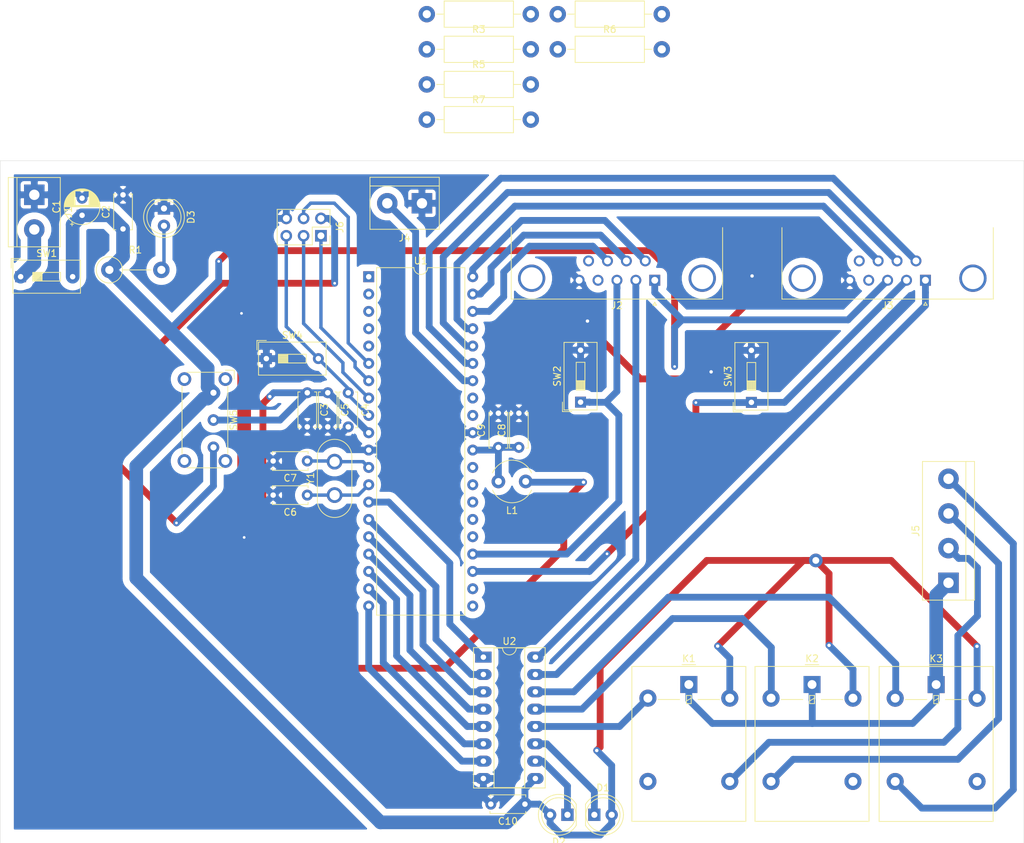
<source format=kicad_pcb>
(kicad_pcb (version 20171130) (host pcbnew "(5.1.2)-2")
  (layers (0 F.Cu signal) (31 B.Cu signal) (34 B.Paste user) (35 F.Paste user) (36 B.SilkS user) (37 F.SilkS user) (38 B.Mask user) (39 F.Mask user) (44 Edge.Cuts user))
  (net 0 "")
  (net 1 +5V)
  (net 2 GND)
  (net 3 RST)
  (net 4 "Net-(C6-Pad1)")
  (net 5 "Net-(C7-Pad1)")
  (net 6 Indicator-A)
  (net 7 Indicator-B)
  (net 8 "Net-(D3-Pad2)")
  (net 9 "Net-(J1-Pad2)")
  (net 10 Switch-A)
  (net 11 Top-A)
  (net 12 Bottom-A)
  (net 13 Buzzer-A)
  (net 14 Middle-A)
  (net 15 Middle-B)
  (net 16 Buzzer-B)
  (net 17 Bottom-B)
  (net 18 Top-B)
  (net 19 Switch-B)
  (net 20 PowerDetection-B)
  (net 21 "Net-(J5-Pad2)")
  (net 22 "Net-(J5-Pad3)")
  (net 23 Line-A)
  (net 24 "Net-(J5-Pad4)")
  (net 25 MISO)
  (net 26 "Net-(J6-Pad2)")
  (net 27 SCK)
  (net 28 MOSI)
  (net 29 Valve)
  (net 30 SupplySelect)
  (net 31 MotorON-OFF)
  (net 32 "Net-(U1-Pad14)")
  (net 33 "Net-(U1-Pad15)")
  (net 34 "Net-(U1-Pad16)")
  (net 35 "Net-(U1-Pad17)")
  (net 36 "Net-(U1-Pad18)")
  (net 37 "Net-(U1-Pad19)")
  (net 38 "Net-(U1-Pad20)")
  (net 39 AVCC)
  (net 40 VCC)
  (net 41 "Net-(J2-Pad6)")
  (net 42 "Net-(J2-Pad7)")
  (net 43 "Net-(J2-Pad8)")
  (module Resistor_THT:R_Axial_DIN0411_L9.9mm_D3.6mm_P15.24mm_Horizontal (layer F.Cu) (at 92.51 23.98)
    (fp_text reference R7 (at 7.62 -2.92) (layer F.SilkS))
    (fp_text value 800k)
    (pad 2 thru_hole oval (at 15.24 0) (size 2.4 2.4) (drill 1.2) (layers *.Cu *.Mask) (net 11 Top-A))
    (pad 1 thru_hole circle (at 0 0) (size 2.4 2.4) (drill 1.2) (layers *.Cu *.Mask) (net 2 GND))
  )
  (module Resistor_THT:R_Axial_DIN0411_L9.9mm_D3.6mm_P15.24mm_Horizontal (layer F.Cu) (at 111.7 13.68)
    (fp_text reference R6 (at 7.62 -2.92) (layer F.SilkS))
    (fp_text value 800k)
    (pad 2 thru_hole oval (at 15.24 0) (size 2.4 2.4) (drill 1.2) (layers *.Cu *.Mask) (net 14 Middle-A))
    (pad 1 thru_hole circle (at 0 0) (size 2.4 2.4) (drill 1.2) (layers *.Cu *.Mask) (net 2 GND))
  )
  (module Resistor_THT:R_Axial_DIN0411_L9.9mm_D3.6mm_P15.24mm_Horizontal (layer F.Cu) (at 92.51 18.83)
    (fp_text reference R5 (at 7.62 -2.92) (layer F.SilkS))
    (fp_text value 800k)
    (pad 2 thru_hole oval (at 15.24 0) (size 2.4 2.4) (drill 1.2) (layers *.Cu *.Mask) (net 12 Bottom-A))
    (pad 1 thru_hole circle (at 0 0) (size 2.4 2.4) (drill 1.2) (layers *.Cu *.Mask) (net 2 GND))
  )
  (module Resistor_THT:R_Axial_DIN0411_L9.9mm_D3.6mm_P15.24mm_Horizontal (layer F.Cu) (at 111.7 8.53)
    (fp_text reference R4 (at 7.62 -2.92) (layer F.SilkS))
    (fp_text value 500k)
    (pad 2 thru_hole oval (at 15.24 0) (size 2.4 2.4) (drill 1.2) (layers *.Cu *.Mask) (net 43 "Net-(J2-Pad8)"))
    (pad 1 thru_hole circle (at 0 0) (size 2.4 2.4) (drill 1.2) (layers *.Cu *.Mask) (net 12 Bottom-A))
  )
  (module Resistor_THT:R_Axial_DIN0411_L9.9mm_D3.6mm_P15.24mm_Horizontal (layer F.Cu) (at 92.51 13.68)
    (fp_text reference R3 (at 7.62 -2.92) (layer F.SilkS))
    (fp_text value 500k)
    (pad 2 thru_hole oval (at 15.24 0) (size 2.4 2.4) (drill 1.2) (layers *.Cu *.Mask) (net 42 "Net-(J2-Pad7)"))
    (pad 1 thru_hole circle (at 0 0) (size 2.4 2.4) (drill 1.2) (layers *.Cu *.Mask) (net 14 Middle-A))
  )
  (module Resistor_THT:R_Axial_DIN0411_L9.9mm_D3.6mm_P15.24mm_Horizontal (layer F.Cu) (at 92.51 8.53)
    (fp_text reference R2 (at 7.62 -2.92) (layer F.SilkS))
    (fp_text value 500k)
    (pad 2 thru_hole oval (at 15.24 0) (size 2.4 2.4) (drill 1.2) (layers *.Cu *.Mask) (net 41 "Net-(J2-Pad6)"))
    (pad 1 thru_hole circle (at 0 0) (size 2.4 2.4) (drill 1.2) (layers *.Cu *.Mask) (net 11 Top-A))
  )
  (module Connector_Dsub:DSUB-9_Male_Horizontal_P2.77x2.84mm_EdgePinOffset4.94mm_Housed_MountingHolesOffset7.48mm (layer F.Cu) (at 125.91 47.52 180)
    (fp_text reference J2 (at 5.54 -3.7) (layer F.SilkS))
    (fp_text value DB9_Male)
    (pad 1 thru_hole rect (at 0 0 180) (size 1.6 1.6) (drill 1) (layers *.Cu *.Mask) (net 1 +5V))
    (pad 2 thru_hole circle (at 2.77 0 180) (size 1.6 1.6) (drill 1) (layers *.Cu *.Mask) (net 13 Buzzer-A))
    (pad 3 thru_hole circle (at 5.54 0 180) (size 1.6 1.6) (drill 1) (layers *.Cu *.Mask) (net 10 Switch-A))
    (pad 4 thru_hole circle (at 8.31 0 180) (size 1.6 1.6) (drill 1) (layers *.Cu *.Mask))
    (pad 5 thru_hole circle (at 11.08 0 180) (size 1.6 1.6) (drill 1) (layers *.Cu *.Mask) (net 2 GND))
    (pad 6 thru_hole circle (at 1.385 2.84 180) (size 1.6 1.6) (drill 1) (layers *.Cu *.Mask) (net 41 "Net-(J2-Pad6)"))
    (pad 7 thru_hole circle (at 4.155 2.84 180) (size 1.6 1.6) (drill 1) (layers *.Cu *.Mask) (net 42 "Net-(J2-Pad7)"))
    (pad 8 thru_hole circle (at 6.925 2.84 180) (size 1.6 1.6) (drill 1) (layers *.Cu *.Mask) (net 43 "Net-(J2-Pad8)"))
    (pad 9 thru_hole circle (at 9.695 2.84 180) (size 1.6 1.6) (drill 1) (layers *.Cu *.Mask))
    (pad 0 thru_hole circle (at -6.96 0.3 180) (size 4 4) (drill 3.2) (layers *.Cu *.Mask))
    (pad 0 thru_hole circle (at 18.04 0.3 180) (size 4 4) (drill 3.2) (layers *.Cu *.Mask))
  )
  (module Capacitor_THT:CP_Radial_D5.0mm_P2.50mm (layer F.Cu) (at 42 38 90)
    (fp_text reference C1 (at 1.25 -3.75 90) (layer F.SilkS))
    (fp_text value 10uF)
    (pad 1 thru_hole rect (at 0 0 90) (size 1.6 1.6) (drill 0.8) (layers *.Cu *.Mask) (net 1 +5V))
    (pad 2 thru_hole circle (at 2.5 0 90) (size 1.6 1.6) (drill 0.8) (layers *.Cu *.Mask) (net 2 GND))
  )
  (module Capacitor_THT:C_Disc_D5.0mm_W2.5mm_P5.00mm (layer F.Cu) (at 48 40 90)
    (fp_text reference C2 (at 2.5 -2.5 90) (layer F.SilkS))
    (fp_text value 0.1uF)
    (pad 1 thru_hole circle (at 0 0 90) (size 1.6 1.6) (drill 0.8) (layers *.Cu *.Mask) (net 1 +5V))
    (pad 2 thru_hole circle (at 5 0 90) (size 1.6 1.6) (drill 0.8) (layers *.Cu *.Mask) (net 2 GND))
  )
  (module Capacitor_THT:C_Disc_D5.0mm_W2.5mm_P5.00mm (layer F.Cu) (at 75 64 270)
    (fp_text reference C3 (at 2.5 -2.5 90) (layer F.SilkS))
    (fp_text value 0.1uF)
    (pad 2 thru_hole circle (at 5 0 270) (size 1.6 1.6) (drill 0.8) (layers *.Cu *.Mask) (net 2 GND))
    (pad 1 thru_hole circle (at 0 0 270) (size 1.6 1.6) (drill 0.8) (layers *.Cu *.Mask) (net 40 VCC))
  )
  (module Capacitor_THT:C_Disc_D5.0mm_W2.5mm_P5.00mm (layer F.Cu) (at 81 64 270)
    (fp_text reference C4 (at 2.5 -2.5 90) (layer F.SilkS))
    (fp_text value 0.1uF)
    (pad 1 thru_hole circle (at 0 0 270) (size 1.6 1.6) (drill 0.8) (layers *.Cu *.Mask) (net 3 RST))
    (pad 2 thru_hole circle (at 5 0 270) (size 1.6 1.6) (drill 0.8) (layers *.Cu *.Mask) (net 2 GND))
  )
  (module Capacitor_THT:C_Disc_D5.0mm_W2.5mm_P5.00mm (layer F.Cu) (at 78 64 270)
    (fp_text reference C5 (at 2.5 -2.5 90) (layer F.SilkS))
    (fp_text value 0.01uF)
    (pad 1 thru_hole circle (at 0 0 270) (size 1.6 1.6) (drill 0.8) (layers *.Cu *.Mask) (net 40 VCC))
    (pad 2 thru_hole circle (at 5 0 270) (size 1.6 1.6) (drill 0.8) (layers *.Cu *.Mask) (net 2 GND))
  )
  (module Capacitor_THT:C_Disc_D5.0mm_W2.5mm_P5.00mm (layer F.Cu) (at 75 79 180)
    (fp_text reference C6 (at 2.5 -2.5) (layer F.SilkS))
    (fp_text value 20pF)
    (pad 1 thru_hole circle (at 0 0 180) (size 1.6 1.6) (drill 0.8) (layers *.Cu *.Mask) (net 4 "Net-(C6-Pad1)"))
    (pad 2 thru_hole circle (at 5 0 180) (size 1.6 1.6) (drill 0.8) (layers *.Cu *.Mask) (net 2 GND))
  )
  (module Capacitor_THT:C_Disc_D5.0mm_W2.5mm_P5.00mm (layer F.Cu) (at 75 74 180)
    (fp_text reference C7 (at 2.5 -2.5) (layer F.SilkS))
    (fp_text value 20pF)
    (pad 2 thru_hole circle (at 5 0 180) (size 1.6 1.6) (drill 0.8) (layers *.Cu *.Mask) (net 2 GND))
    (pad 1 thru_hole circle (at 0 0 180) (size 1.6 1.6) (drill 0.8) (layers *.Cu *.Mask) (net 5 "Net-(C7-Pad1)"))
  )
  (module Capacitor_THT:C_Disc_D5.0mm_W2.5mm_P5.00mm (layer F.Cu) (at 106 72 90)
    (fp_text reference C8 (at 2.5 -2.5 90) (layer F.SilkS))
    (fp_text value 0.1uF)
    (pad 2 thru_hole circle (at 5 0 90) (size 1.6 1.6) (drill 0.8) (layers *.Cu *.Mask) (net 2 GND))
    (pad 1 thru_hole circle (at 0 0 90) (size 1.6 1.6) (drill 0.8) (layers *.Cu *.Mask) (net 39 AVCC))
  )
  (module Capacitor_THT:C_Disc_D5.0mm_W2.5mm_P5.00mm (layer F.Cu) (at 103 72 90)
    (fp_text reference C9 (at 2.5 -2.5 90) (layer F.SilkS))
    (fp_text value 0.01uF)
    (pad 1 thru_hole circle (at 0 0 90) (size 1.6 1.6) (drill 0.8) (layers *.Cu *.Mask) (net 39 AVCC))
    (pad 2 thru_hole circle (at 5 0 90) (size 1.6 1.6) (drill 0.8) (layers *.Cu *.Mask) (net 2 GND))
  )
  (module Capacitor_THT:C_Disc_D5.0mm_W2.5mm_P5.00mm (layer F.Cu) (at 106.89 124.28 180)
    (fp_text reference C10 (at 2.5 -2.5) (layer F.SilkS))
    (fp_text value 0.1uF)
    (pad 2 thru_hole circle (at 5 0 180) (size 1.6 1.6) (drill 0.8) (layers *.Cu *.Mask) (net 2 GND))
    (pad 1 thru_hole circle (at 0 0 180) (size 1.6 1.6) (drill 0.8) (layers *.Cu *.Mask) (net 1 +5V))
  )
  (module LED_THT:LED_D5.0mm (layer F.Cu) (at 117.06 125.84)
    (fp_text reference D1 (at 1.27 -3.96) (layer F.SilkS))
    (fp_text value LED)
    (pad 1 thru_hole rect (at 0 0) (size 1.8 1.8) (drill 0.9) (layers *.Cu *.Mask) (net 6 Indicator-A))
    (pad 2 thru_hole circle (at 2.54 0) (size 1.8 1.8) (drill 0.9) (layers *.Cu *.Mask) (net 1 +5V))
  )
  (module LED_THT:LED_D5.0mm (layer F.Cu) (at 113.12 125.84 180)
    (fp_text reference D2 (at 1.27 -3.96) (layer F.SilkS))
    (fp_text value LED)
    (pad 1 thru_hole rect (at 0 0 180) (size 1.8 1.8) (drill 0.9) (layers *.Cu *.Mask) (net 7 Indicator-B))
    (pad 2 thru_hole circle (at 2.54 0 180) (size 1.8 1.8) (drill 0.9) (layers *.Cu *.Mask) (net 1 +5V))
  )
  (module LED_THT:LED_D5.0mm (layer F.Cu) (at 54 37 270)
    (fp_text reference D3 (at 1.27 -3.96 90) (layer F.SilkS))
    (fp_text value LED)
    (pad 2 thru_hole circle (at 2.54 0 270) (size 1.8 1.8) (drill 0.9) (layers *.Cu *.Mask) (net 8 "Net-(D3-Pad2)"))
    (pad 1 thru_hole rect (at 0 0 270) (size 1.8 1.8) (drill 0.9) (layers *.Cu *.Mask) (net 2 GND))
  )
  (module TerminalBlock:TerminalBlock_bornier-2_P5.08mm (layer F.Cu) (at 35 35 270)
    (fp_text reference J1 (at 2.54 -5 90) (layer F.SilkS))
    (fp_text value Screw_Terminal_01x02)
    (pad 1 thru_hole rect (at 0 0 270) (size 3 3) (drill 1.52) (layers *.Cu *.Mask) (net 2 GND))
    (pad 2 thru_hole circle (at 5.08 0 270) (size 3 3) (drill 1.52) (layers *.Cu *.Mask) (net 9 "Net-(J1-Pad2)"))
  )
  (module Connector_Dsub:DSUB-9_Male_Horizontal_P2.77x2.84mm_EdgePinOffset4.94mm_Housed_MountingHolesOffset7.48mm (layer F.Cu) (at 165.57 47.52 180)
    (fp_text reference J3 (at 5.54 -3.7) (layer F.SilkS))
    (fp_text value DB9_Male)
    (pad 0 thru_hole circle (at 18.04 0.3 180) (size 4 4) (drill 3.2) (layers *.Cu *.Mask))
    (pad 0 thru_hole circle (at -6.96 0.3 180) (size 4 4) (drill 3.2) (layers *.Cu *.Mask))
    (pad 9 thru_hole circle (at 9.695 2.84 180) (size 1.6 1.6) (drill 1) (layers *.Cu *.Mask))
    (pad 8 thru_hole circle (at 6.925 2.84 180) (size 1.6 1.6) (drill 1) (layers *.Cu *.Mask) (net 18 Top-B))
    (pad 7 thru_hole circle (at 4.155 2.84 180) (size 1.6 1.6) (drill 1) (layers *.Cu *.Mask) (net 15 Middle-B))
    (pad 6 thru_hole circle (at 1.385 2.84 180) (size 1.6 1.6) (drill 1) (layers *.Cu *.Mask) (net 17 Bottom-B))
    (pad 5 thru_hole circle (at 11.08 0 180) (size 1.6 1.6) (drill 1) (layers *.Cu *.Mask) (net 2 GND))
    (pad 4 thru_hole circle (at 8.31 0 180) (size 1.6 1.6) (drill 1) (layers *.Cu *.Mask))
    (pad 3 thru_hole circle (at 5.54 0 180) (size 1.6 1.6) (drill 1) (layers *.Cu *.Mask) (net 1 +5V))
    (pad 2 thru_hole circle (at 2.77 0 180) (size 1.6 1.6) (drill 1) (layers *.Cu *.Mask) (net 19 Switch-B))
    (pad 1 thru_hole rect (at 0 0 180) (size 1.6 1.6) (drill 1) (layers *.Cu *.Mask) (net 16 Buzzer-B))
  )
  (module TerminalBlock:TerminalBlock_bornier-2_P5.08mm (layer F.Cu) (at 91.8 36.24 180)
    (fp_text reference J4 (at 2.54 -5.08) (layer F.SilkS))
    (fp_text value Screw_Terminal_01x02)
    (pad 2 thru_hole circle (at 5.08 0 180) (size 3 3) (drill 1.52) (layers *.Cu *.Mask) (net 20 PowerDetection-B))
    (pad 1 thru_hole rect (at 0 0 180) (size 3 3) (drill 1.52) (layers *.Cu *.Mask) (net 2 GND))
  )
  (module TerminalBlock:TerminalBlock_bornier-4_P5.08mm (layer F.Cu) (at 168.95 91.85 90)
    (fp_text reference J5 (at 7.6 -4.8 90) (layer F.SilkS))
    (fp_text value Screw_Terminal_01x04)
    (pad 2 thru_hole circle (at 5.08 0 90) (size 3 3) (drill 1.52) (layers *.Cu *.Mask) (net 21 "Net-(J5-Pad2)"))
    (pad 3 thru_hole circle (at 10.16 0 90) (size 3 3) (drill 1.52) (layers *.Cu *.Mask) (net 22 "Net-(J5-Pad3)"))
    (pad 1 thru_hole rect (at 0 0 90) (size 3 3) (drill 1.52) (layers *.Cu *.Mask) (net 23 Line-A))
    (pad 4 thru_hole circle (at 15.24 0 90) (size 3 3) (drill 1.52) (layers *.Cu *.Mask) (net 24 "Net-(J5-Pad4)"))
  )
  (module Connector_PinSocket_2.54mm:PinSocket_2x03_P2.54mm_Vertical (layer F.Cu) (at 77 41 270)
    (fp_text reference J6 (at -1.27 -2.77 90) (layer F.SilkS))
    (fp_text value AVR-ISP-6)
    (pad 1 thru_hole rect (at 0 0 270) (size 1.7 1.7) (drill 1) (layers *.Cu *.Mask) (net 25 MISO))
    (pad 2 thru_hole oval (at -2.54 0 270) (size 1.7 1.7) (drill 1) (layers *.Cu *.Mask) (net 26 "Net-(J6-Pad2)"))
    (pad 3 thru_hole oval (at 0 2.54 270) (size 1.7 1.7) (drill 1) (layers *.Cu *.Mask) (net 27 SCK))
    (pad 4 thru_hole oval (at -2.54 2.54 270) (size 1.7 1.7) (drill 1) (layers *.Cu *.Mask) (net 28 MOSI))
    (pad 5 thru_hole oval (at 0 5.08 270) (size 1.7 1.7) (drill 1) (layers *.Cu *.Mask) (net 3 RST))
    (pad 6 thru_hole oval (at -2.54 5.08 270) (size 1.7 1.7) (drill 1) (layers *.Cu *.Mask) (net 2 GND))
  )
  (module Relay_THT:Relay_SPDT_Omron-G5LE-1 (layer F.Cu) (at 130.905001 106.750001)
    (fp_text reference K1 (at 0 -3.8) (layer F.SilkS))
    (fp_text value G5LE-1)
    (pad 1 thru_hole rect (at 0 0) (size 2.5 2.5) (drill 1.3) (layers *.Cu *.Mask) (net 23 Line-A))
    (pad 2 thru_hole oval (at -6 2) (size 2.5 2.5) (drill 1.3) (layers *.Cu *.Mask) (net 29 Valve))
    (pad 3 thru_hole oval (at -6 14.2) (size 2.5 2.5) (drill 1.3) (layers *.Cu *.Mask))
    (pad 4 thru_hole oval (at 6 14.2) (size 2.5 2.5) (drill 1.3) (layers *.Cu *.Mask) (net 21 "Net-(J5-Pad2)"))
    (pad 5 thru_hole oval (at 6 2) (size 2.5 2.5) (drill 1.3) (layers *.Cu *.Mask) (net 1 +5V))
  )
  (module Relay_THT:Relay_SPDT_Omron-G5LE-1 (layer F.Cu) (at 148.955001 106.750001)
    (fp_text reference K2 (at 0 -3.8) (layer F.SilkS))
    (fp_text value G5LE-1)
    (pad 5 thru_hole oval (at 6 2) (size 2.5 2.5) (drill 1.3) (layers *.Cu *.Mask) (net 1 +5V))
    (pad 4 thru_hole oval (at 6 14.2) (size 2.5 2.5) (drill 1.3) (layers *.Cu *.Mask))
    (pad 3 thru_hole oval (at -6 14.2) (size 2.5 2.5) (drill 1.3) (layers *.Cu *.Mask) (net 22 "Net-(J5-Pad3)"))
    (pad 2 thru_hole oval (at -6 2) (size 2.5 2.5) (drill 1.3) (layers *.Cu *.Mask) (net 30 SupplySelect))
    (pad 1 thru_hole rect (at 0 0) (size 2.5 2.5) (drill 1.3) (layers *.Cu *.Mask) (net 23 Line-A))
  )
  (module Relay_THT:Relay_SPDT_Omron-G5LE-1 (layer F.Cu) (at 167.14 106.76)
    (fp_text reference K3 (at 0 -3.8) (layer F.SilkS))
    (fp_text value G5LE-1)
    (pad 1 thru_hole rect (at 0 0) (size 2.5 2.5) (drill 1.3) (layers *.Cu *.Mask) (net 23 Line-A))
    (pad 2 thru_hole oval (at -6 2) (size 2.5 2.5) (drill 1.3) (layers *.Cu *.Mask) (net 31 MotorON-OFF))
    (pad 3 thru_hole oval (at -6 14.2) (size 2.5 2.5) (drill 1.3) (layers *.Cu *.Mask) (net 24 "Net-(J5-Pad4)"))
    (pad 4 thru_hole oval (at 6 14.2) (size 2.5 2.5) (drill 1.3) (layers *.Cu *.Mask))
    (pad 5 thru_hole oval (at 6 2) (size 2.5 2.5) (drill 1.3) (layers *.Cu *.Mask) (net 1 +5V))
  )
  (module Inductor_THT:L_Radial_D6.0mm_P4.00mm (layer F.Cu) (at 107 77 180)
    (fp_text reference L1 (at 2 -4.25) (layer F.SilkS))
    (fp_text value 10uH)
    (pad 1 thru_hole circle (at 0 0 180) (size 2 2) (drill 1) (layers *.Cu *.Mask) (net 40 VCC))
    (pad 2 thru_hole circle (at 4 0 180) (size 2 2) (drill 1) (layers *.Cu *.Mask) (net 39 AVCC))
  )
  (module Resistor_THT:R_Axial_DIN0411_L9.9mm_D3.6mm_P7.62mm_Vertical (layer F.Cu) (at 46 46)
    (fp_text reference R1 (at 3.81 -2.92) (layer F.SilkS))
    (fp_text value 150R)
    (pad 1 thru_hole circle (at 0 0) (size 2.4 2.4) (drill 1.2) (layers *.Cu *.Mask) (net 1 +5V))
    (pad 2 thru_hole oval (at 7.62 0) (size 2.4 2.4) (drill 1.2) (layers *.Cu *.Mask) (net 8 "Net-(D3-Pad2)"))
  )
  (module Button_Switch_THT:SW_DIP_SPSTx01_Slide_9.78x4.72mm_W7.62mm_P2.54mm (layer F.Cu) (at 33 47)
    (fp_text reference SW1 (at 3.81 -3.42) (layer F.SilkS))
    (fp_text value SW_SPST)
    (pad 1 thru_hole rect (at 0 0) (size 1.6 1.6) (drill 0.8) (layers *.Cu *.Mask) (net 9 "Net-(J1-Pad2)"))
    (pad 2 thru_hole oval (at 7.62 0) (size 1.6 1.6) (drill 0.8) (layers *.Cu *.Mask) (net 1 +5V))
  )
  (module Button_Switch_THT:SW_DIP_SPSTx01_Slide_9.78x4.72mm_W7.62mm_P2.54mm (layer F.Cu) (at 115.04 65.38 90)
    (fp_text reference SW2 (at 3.81 -3.42 90) (layer F.SilkS))
    (fp_text value SW_SPST)
    (pad 2 thru_hole oval (at 7.62 0 90) (size 1.6 1.6) (drill 0.8) (layers *.Cu *.Mask) (net 2 GND))
    (pad 1 thru_hole rect (at 0 0 90) (size 1.6 1.6) (drill 0.8) (layers *.Cu *.Mask) (net 10 Switch-A))
  )
  (module Button_Switch_THT:SW_DIP_SPSTx01_Slide_9.78x4.72mm_W7.62mm_P2.54mm (layer F.Cu) (at 140.07 65.41 90)
    (fp_text reference SW3 (at 3.81 -3.42 90) (layer F.SilkS))
    (fp_text value SW_SPST)
    (pad 1 thru_hole rect (at 0 0 90) (size 1.6 1.6) (drill 0.8) (layers *.Cu *.Mask) (net 19 Switch-B))
    (pad 2 thru_hole oval (at 7.62 0 90) (size 1.6 1.6) (drill 0.8) (layers *.Cu *.Mask) (net 2 GND))
  )
  (module Button_Switch_THT:SW_DIP_SPSTx01_Slide_9.78x4.72mm_W7.62mm_P2.54mm (layer F.Cu) (at 69 59)
    (fp_text reference SW4 (at 3.81 -3.42) (layer F.SilkS))
    (fp_text value SW_SPST)
    (pad 2 thru_hole oval (at 7.62 0) (size 1.6 1.6) (drill 0.8) (layers *.Cu *.Mask) (net 3 RST))
    (pad 1 thru_hole rect (at 0 0) (size 1.6 1.6) (drill 0.8) (layers *.Cu *.Mask) (net 2 GND))
  )
  (module Button_Switch_THT:SW_E-Switch_EG1224_SPDT_Angled (layer F.Cu) (at 61.25 64 270)
    (fp_text reference SW5 (at 4 -2.95 90) (layer F.SilkS))
    (fp_text value SW_SPDT)
    (pad "" thru_hole circle (at -2 -1.75 270) (size 2 2) (drill 1.2) (layers *.Cu *.Mask))
    (pad "" thru_hole circle (at 10 -1.75 270) (size 2 2) (drill 1.2) (layers *.Cu *.Mask))
    (pad "" thru_hole circle (at 10 4.25 270) (size 2 2) (drill 1.2) (layers *.Cu *.Mask))
    (pad "" thru_hole circle (at -2 4.25 270) (size 2 2) (drill 1.2) (layers *.Cu *.Mask))
    (pad 1 thru_hole circle (at 0 0 270) (size 1.7 1.7) (drill 0.9) (layers *.Cu *.Mask) (net 1 +5V))
    (pad 2 thru_hole circle (at 4 0 270) (size 1.7 1.7) (drill 0.9) (layers *.Cu *.Mask) (net 40 VCC))
    (pad 3 thru_hole circle (at 8 0 270) (size 1.7 1.7) (drill 0.9) (layers *.Cu *.Mask) (net 26 "Net-(J6-Pad2)"))
  )
  (module Package_DIP:DIP-40_W15.24mm (layer F.Cu) (at 84 47)
    (fp_text reference U1 (at 7.62 -2.33) (layer F.SilkS))
    (fp_text value ATmega8535-16PU)
    (pad 1 thru_hole rect (at 0 0) (size 1.6 1.6) (drill 0.8) (layers *.Cu *.Mask))
    (pad 21 thru_hole oval (at 15.24 48.26) (size 1.6 1.6) (drill 0.8) (layers *.Cu *.Mask))
    (pad 2 thru_hole oval (at 0 2.54) (size 1.6 1.6) (drill 0.8) (layers *.Cu *.Mask))
    (pad 22 thru_hole oval (at 15.24 45.72) (size 1.6 1.6) (drill 0.8) (layers *.Cu *.Mask))
    (pad 3 thru_hole oval (at 0 5.08) (size 1.6 1.6) (drill 0.8) (layers *.Cu *.Mask))
    (pad 23 thru_hole oval (at 15.24 43.18) (size 1.6 1.6) (drill 0.8) (layers *.Cu *.Mask) (net 19 Switch-B))
    (pad 4 thru_hole oval (at 0 7.62) (size 1.6 1.6) (drill 0.8) (layers *.Cu *.Mask))
    (pad 24 thru_hole oval (at 15.24 40.64) (size 1.6 1.6) (drill 0.8) (layers *.Cu *.Mask) (net 10 Switch-A))
    (pad 5 thru_hole oval (at 0 10.16) (size 1.6 1.6) (drill 0.8) (layers *.Cu *.Mask))
    (pad 25 thru_hole oval (at 15.24 38.1) (size 1.6 1.6) (drill 0.8) (layers *.Cu *.Mask))
    (pad 6 thru_hole oval (at 0 12.7) (size 1.6 1.6) (drill 0.8) (layers *.Cu *.Mask) (net 28 MOSI))
    (pad 26 thru_hole oval (at 15.24 35.56) (size 1.6 1.6) (drill 0.8) (layers *.Cu *.Mask))
    (pad 7 thru_hole oval (at 0 15.24) (size 1.6 1.6) (drill 0.8) (layers *.Cu *.Mask) (net 25 MISO))
    (pad 27 thru_hole oval (at 15.24 33.02) (size 1.6 1.6) (drill 0.8) (layers *.Cu *.Mask))
    (pad 8 thru_hole oval (at 0 17.78) (size 1.6 1.6) (drill 0.8) (layers *.Cu *.Mask) (net 27 SCK))
    (pad 28 thru_hole oval (at 15.24 30.48) (size 1.6 1.6) (drill 0.8) (layers *.Cu *.Mask))
    (pad 9 thru_hole oval (at 0 20.32) (size 1.6 1.6) (drill 0.8) (layers *.Cu *.Mask) (net 3 RST))
    (pad 29 thru_hole oval (at 15.24 27.94) (size 1.6 1.6) (drill 0.8) (layers *.Cu *.Mask))
    (pad 10 thru_hole oval (at 0 22.86) (size 1.6 1.6) (drill 0.8) (layers *.Cu *.Mask) (net 40 VCC))
    (pad 30 thru_hole oval (at 15.24 25.4) (size 1.6 1.6) (drill 0.8) (layers *.Cu *.Mask) (net 39 AVCC))
    (pad 11 thru_hole oval (at 0 25.4) (size 1.6 1.6) (drill 0.8) (layers *.Cu *.Mask) (net 2 GND))
    (pad 31 thru_hole oval (at 15.24 22.86) (size 1.6 1.6) (drill 0.8) (layers *.Cu *.Mask) (net 2 GND))
    (pad 12 thru_hole oval (at 0 27.94) (size 1.6 1.6) (drill 0.8) (layers *.Cu *.Mask) (net 5 "Net-(C7-Pad1)"))
    (pad 32 thru_hole oval (at 15.24 20.32) (size 1.6 1.6) (drill 0.8) (layers *.Cu *.Mask))
    (pad 13 thru_hole oval (at 0 30.48) (size 1.6 1.6) (drill 0.8) (layers *.Cu *.Mask) (net 4 "Net-(C6-Pad1)"))
    (pad 33 thru_hole oval (at 15.24 17.78) (size 1.6 1.6) (drill 0.8) (layers *.Cu *.Mask))
    (pad 14 thru_hole oval (at 0 33.02) (size 1.6 1.6) (drill 0.8) (layers *.Cu *.Mask) (net 32 "Net-(U1-Pad14)"))
    (pad 34 thru_hole oval (at 15.24 15.24) (size 1.6 1.6) (drill 0.8) (layers *.Cu *.Mask) (net 20 PowerDetection-B))
    (pad 15 thru_hole oval (at 0 35.56) (size 1.6 1.6) (drill 0.8) (layers *.Cu *.Mask) (net 33 "Net-(U1-Pad15)"))
    (pad 35 thru_hole oval (at 15.24 12.7) (size 1.6 1.6) (drill 0.8) (layers *.Cu *.Mask) (net 17 Bottom-B))
    (pad 16 thru_hole oval (at 0 38.1) (size 1.6 1.6) (drill 0.8) (layers *.Cu *.Mask) (net 34 "Net-(U1-Pad16)"))
    (pad 36 thru_hole oval (at 15.24 10.16) (size 1.6 1.6) (drill 0.8) (layers *.Cu *.Mask) (net 15 Middle-B))
    (pad 17 thru_hole oval (at 0 40.64) (size 1.6 1.6) (drill 0.8) (layers *.Cu *.Mask) (net 35 "Net-(U1-Pad17)"))
    (pad 37 thru_hole oval (at 15.24 7.62) (size 1.6 1.6) (drill 0.8) (layers *.Cu *.Mask) (net 18 Top-B))
    (pad 18 thru_hole oval (at 0 43.18) (size 1.6 1.6) (drill 0.8) (layers *.Cu *.Mask) (net 36 "Net-(U1-Pad18)"))
    (pad 38 thru_hole oval (at 15.24 5.08) (size 1.6 1.6) (drill 0.8) (layers *.Cu *.Mask) (net 12 Bottom-A))
    (pad 19 thru_hole oval (at 0 45.72) (size 1.6 1.6) (drill 0.8) (layers *.Cu *.Mask) (net 37 "Net-(U1-Pad19)"))
    (pad 39 thru_hole oval (at 15.24 2.54) (size 1.6 1.6) (drill 0.8) (layers *.Cu *.Mask) (net 14 Middle-A))
    (pad 20 thru_hole oval (at 0 48.26) (size 1.6 1.6) (drill 0.8) (layers *.Cu *.Mask) (net 38 "Net-(U1-Pad20)"))
    (pad 40 thru_hole oval (at 15.24 0) (size 1.6 1.6) (drill 0.8) (layers *.Cu *.Mask) (net 11 Top-A))
  )
  (module Package_DIP:DIP-16_W7.62mm_Socket_LongPads (layer F.Cu) (at 100.8 102.74)
    (fp_text reference U2 (at 3.81 -2.33) (layer F.SilkS))
    (fp_text value ULN2003)
    (pad 1 thru_hole rect (at 0 0) (size 2.4 1.6) (drill 0.8) (layers *.Cu *.Mask) (net 32 "Net-(U1-Pad14)"))
    (pad 9 thru_hole oval (at 7.62 17.78) (size 2.4 1.6) (drill 0.8) (layers *.Cu *.Mask) (net 1 +5V))
    (pad 2 thru_hole oval (at 0 2.54) (size 2.4 1.6) (drill 0.8) (layers *.Cu *.Mask) (net 33 "Net-(U1-Pad15)"))
    (pad 10 thru_hole oval (at 7.62 15.24) (size 2.4 1.6) (drill 0.8) (layers *.Cu *.Mask) (net 7 Indicator-B))
    (pad 3 thru_hole oval (at 0 5.08) (size 2.4 1.6) (drill 0.8) (layers *.Cu *.Mask) (net 34 "Net-(U1-Pad16)"))
    (pad 11 thru_hole oval (at 7.62 12.7) (size 2.4 1.6) (drill 0.8) (layers *.Cu *.Mask) (net 6 Indicator-A))
    (pad 4 thru_hole oval (at 0 7.62) (size 2.4 1.6) (drill 0.8) (layers *.Cu *.Mask) (net 35 "Net-(U1-Pad17)"))
    (pad 12 thru_hole oval (at 7.62 10.16) (size 2.4 1.6) (drill 0.8) (layers *.Cu *.Mask) (net 29 Valve))
    (pad 5 thru_hole oval (at 0 10.16) (size 2.4 1.6) (drill 0.8) (layers *.Cu *.Mask) (net 36 "Net-(U1-Pad18)"))
    (pad 13 thru_hole oval (at 7.62 7.62) (size 2.4 1.6) (drill 0.8) (layers *.Cu *.Mask) (net 30 SupplySelect))
    (pad 6 thru_hole oval (at 0 12.7) (size 2.4 1.6) (drill 0.8) (layers *.Cu *.Mask) (net 37 "Net-(U1-Pad19)"))
    (pad 14 thru_hole oval (at 7.62 5.08) (size 2.4 1.6) (drill 0.8) (layers *.Cu *.Mask) (net 31 MotorON-OFF))
    (pad 7 thru_hole oval (at 0 15.24) (size 2.4 1.6) (drill 0.8) (layers *.Cu *.Mask) (net 38 "Net-(U1-Pad20)"))
    (pad 15 thru_hole oval (at 7.62 2.54) (size 2.4 1.6) (drill 0.8) (layers *.Cu *.Mask) (net 16 Buzzer-B))
    (pad 8 thru_hole oval (at 0 17.78) (size 2.4 1.6) (drill 0.8) (layers *.Cu *.Mask) (net 2 GND))
    (pad 16 thru_hole oval (at 7.62 0) (size 2.4 1.6) (drill 0.8) (layers *.Cu *.Mask) (net 13 Buzzer-A))
  )
  (module Crystal:Crystal_HC50_Vertical (layer F.Cu) (at 79 79 90)
    (fp_text reference Y1 (at 2.45 -3.525 90) (layer F.SilkS))
    (fp_text value Crystal)
    (pad 1 thru_hole circle (at 0 0 90) (size 2.3 2.3) (drill 1.5) (layers *.Cu *.Mask) (net 4 "Net-(C6-Pad1)"))
    (pad 2 thru_hole circle (at 4.9 0 90) (size 2.3 2.3) (drill 1.5) (layers *.Cu *.Mask) (net 5 "Net-(C7-Pad1)"))
  )
  (gr_line (start 30 130) (end 30 30) (layer Edge.Cuts) (width 0.05))
  (gr_line (start 180 130) (end 30 130) (layer Edge.Cuts) (width 0.05))
  (gr_line (start 180 30) (end 180 130) (layer Edge.Cuts) (width 0.05))
  (gr_line (start 30 30) (end 180 30) (layer Edge.Cuts) (width 0.05))
  (segment (start 40.62 39.38) (end 42 38) (width 2) (layer B.Cu) (net 1))
  (segment (start 40.62 47) (end 40.62 39.38) (width 2) (layer B.Cu) (net 1))
  (segment (start 46 38) (end 48 40) (width 2) (layer B.Cu) (net 1))
  (segment (start 42 38) (end 46 38) (width 2) (layer B.Cu) (net 1))
  (segment (start 48 44) (end 46 46) (width 2) (layer B.Cu) (net 1))
  (segment (start 48 40) (end 48 44) (width 2) (layer B.Cu) (net 1))
  (segment (start 60.400001 63.150001) (end 61.25 64) (width 2) (layer B.Cu) (net 1))
  (segment (start 60.400001 60.400001) (end 60.400001 63.150001) (width 2) (layer B.Cu) (net 1))
  (segment (start 106.89 122.05) (end 108.42 120.52) (width 1) (layer B.Cu) (net 1))
  (segment (start 106.89 124.28) (end 106.89 122.05) (width 1) (layer B.Cu) (net 1))
  (segment (start 60.400001 64.849999) (end 59.830001 64.849999) (width 2) (layer B.Cu) (net 1))
  (segment (start 61.25 64) (end 60.400001 64.849999) (width 2) (layer B.Cu) (net 1))
  (segment (start 59.830001 64.849999) (end 49.94 74.74) (width 2) (layer B.Cu) (net 1))
  (segment (start 49.94 74.74) (end 49.94 91.17) (width 2) (layer B.Cu) (net 1))
  (segment (start 49.94 91.17) (end 85.72 126.95) (width 2) (layer B.Cu) (net 1))
  (segment (start 104.22 126.95) (end 106.89 124.28) (width 2) (layer B.Cu) (net 1))
  (segment (start 85.72 126.95) (end 104.22 126.95) (width 2) (layer B.Cu) (net 1))
  (segment (start 125.91 49.32) (end 129.91 53.32) (width 1) (layer B.Cu) (net 1))
  (segment (start 125.91 47.52) (end 125.91 49.32) (width 1) (layer B.Cu) (net 1))
  (segment (start 154.23 53.32) (end 160.03 47.52) (width 1) (layer B.Cu) (net 1))
  (segment (start 129.91 53.32) (end 154.23 53.32) (width 1) (layer B.Cu) (net 1))
  (segment (start 54.23 54.23) (end 55.37 54.23) (width 1) (layer B.Cu) (net 1))
  (segment (start 46 46) (end 54.23 54.23) (width 2) (layer B.Cu) (net 1))
  (segment (start 54.23 54.23) (end 60.400001 60.400001) (width 2) (layer B.Cu) (net 1))
  (via (at 62.02 44.75) (size 0.8) (drill 0.4) (layers F.Cu B.Cu) (net 1))
  (segment (start 55.37 54.23) (end 62.02 47.58) (width 1) (layer B.Cu) (net 1))
  (segment (start 62.02 47.58) (end 62.02 44.75) (width 1) (layer B.Cu) (net 1))
  (segment (start 125.245001 43.179999) (end 128.82 46.754998) (width 1) (layer F.Cu) (net 1))
  (segment (start 62.02 44.75) (end 63.590001 43.179999) (width 1) (layer F.Cu) (net 1))
  (segment (start 63.590001 43.179999) (end 125.245001 43.179999) (width 1) (layer F.Cu) (net 1))
  (via (at 128.82 60.16) (size 0.8) (drill 0.4) (layers F.Cu B.Cu) (net 1))
  (segment (start 128.82 46.754998) (end 128.82 60.16) (width 1) (layer F.Cu) (net 1))
  (segment (start 128.82 54.41) (end 129.91 53.32) (width 1) (layer B.Cu) (net 1))
  (segment (start 128.82 60.16) (end 128.82 54.41) (width 1) (layer B.Cu) (net 1))
  (segment (start 109.02 124.28) (end 110.58 125.84) (width 1) (layer B.Cu) (net 1))
  (segment (start 106.89 124.28) (end 109.02 124.28) (width 1) (layer B.Cu) (net 1))
  (segment (start 110.58 127.112792) (end 112.277208 128.81) (width 1) (layer B.Cu) (net 1))
  (segment (start 110.58 125.84) (end 110.58 127.112792) (width 1) (layer B.Cu) (net 1))
  (segment (start 119.6 127.112792) (end 119.6 125.84) (width 1) (layer B.Cu) (net 1))
  (segment (start 117.902792 128.81) (end 119.6 127.112792) (width 1) (layer B.Cu) (net 1))
  (segment (start 112.277208 128.81) (end 117.902792 128.81) (width 1) (layer B.Cu) (net 1))
  (via (at 149.51 88.57) (size 2) (drill 1) (layers F.Cu B.Cu) (net 1))
  (via (at 135.13 101.12) (size 1) (drill 0.5) (layers F.Cu B.Cu) (net 1))
  (segment (start 136.905001 108.750001) (end 136.905001 102.895001) (width 1) (layer B.Cu) (net 1))
  (segment (start 136.905001 102.895001) (end 135.13 101.12) (width 1) (layer B.Cu) (net 1))
  (segment (start 147.68 88.57) (end 149.51 88.57) (width 1) (layer F.Cu) (net 1))
  (segment (start 135.13 101.12) (end 147.68 88.57) (width 1) (layer F.Cu) (net 1))
  (via (at 151.45 101.01) (size 1) (drill 0.5) (layers F.Cu B.Cu) (net 1))
  (segment (start 154.955001 108.750001) (end 154.955001 104.515001) (width 1) (layer B.Cu) (net 1))
  (segment (start 154.955001 104.515001) (end 151.45 101.01) (width 1) (layer B.Cu) (net 1))
  (segment (start 151.45 90.51) (end 149.51 88.57) (width 1) (layer F.Cu) (net 1))
  (segment (start 151.45 101.01) (end 151.45 90.51) (width 1) (layer F.Cu) (net 1))
  (via (at 117.41 116.42) (size 1) (drill 0.5) (layers F.Cu B.Cu) (net 1))
  (segment (start 119.6 125.84) (end 119.6 118.61) (width 1) (layer B.Cu) (net 1))
  (segment (start 119.6 118.61) (end 117.41 116.42) (width 1) (layer B.Cu) (net 1))
  (segment (start 117.909999 115.920001) (end 117.909999 104.210001) (width 1) (layer F.Cu) (net 1))
  (segment (start 117.41 116.42) (end 117.909999 115.920001) (width 1) (layer F.Cu) (net 1))
  (segment (start 133.55 88.57) (end 149.51 88.57) (width 1) (layer F.Cu) (net 1))
  (segment (start 117.909999 104.210001) (end 133.55 88.57) (width 1) (layer F.Cu) (net 1))
  (via (at 173.12 101.15) (size 1) (drill 0.5) (layers F.Cu B.Cu) (net 1))
  (segment (start 173.14 108.76) (end 173.14 101.17) (width 1) (layer B.Cu) (net 1))
  (segment (start 173.14 101.17) (end 173.12 101.15) (width 1) (layer B.Cu) (net 1))
  (segment (start 149.51 88.57) (end 160.54 88.57) (width 1) (layer F.Cu) (net 1))
  (segment (start 160.54 88.57) (end 172.620001 100.650001) (width 1) (layer F.Cu) (net 1))
  (segment (start 172.620001 100.650001) (end 173.12 101.15) (width 1) (layer F.Cu) (net 1))
  (via (at 65.75 85.2) (size 0.8) (drill 0.4) (layers F.Cu B.Cu) (net 2))
  (segment (start 65.75 85.2) (end 65.75 52.76) (width 2) (layer F.Cu) (net 2))
  (segment (start 65.75 52.76) (end 65.36 52.37) (width 2) (layer F.Cu) (net 2))
  (via (at 65.36 52.37) (size 0.8) (drill 0.4) (layers F.Cu B.Cu) (net 2))
  (via (at 134.17 60.94) (size 1) (drill 0.5) (layers F.Cu B.Cu) (net 2))
  (via (at 116.05 53.5) (size 1) (drill 0.5) (layers F.Cu B.Cu) (net 2))
  (via (at 140.17 46.89) (size 1) (drill 0.5) (layers F.Cu B.Cu) (net 2))
  (segment (start 116.05 54.207106) (end 123.812894 61.97) (width 1) (layer F.Cu) (net 2))
  (segment (start 116.05 53.5) (end 116.05 54.207106) (width 1) (layer F.Cu) (net 2))
  (segment (start 133.14 61.97) (end 134.17 60.94) (width 1) (layer F.Cu) (net 2))
  (segment (start 123.812894 61.97) (end 133.14 61.97) (width 1) (layer F.Cu) (net 2))
  (segment (start 140.17 50.19) (end 140.17 46.89) (width 1) (layer F.Cu) (net 2))
  (segment (start 134.669999 55.690001) (end 140.17 50.19) (width 1) (layer F.Cu) (net 2))
  (segment (start 134.17 60.94) (end 134.669999 60.440001) (width 1) (layer F.Cu) (net 2))
  (segment (start 134.669999 60.440001) (end 134.669999 55.690001) (width 1) (layer F.Cu) (net 2))
  (segment (start 81 63.38) (end 81 64) (width 0.5) (layer B.Cu) (net 3))
  (segment (start 76.62 59) (end 81 63.38) (width 0.5) (layer B.Cu) (net 3))
  (segment (start 81 64.32) (end 84 67.32) (width 0.5) (layer B.Cu) (net 3))
  (segment (start 81 64) (end 81 64.32) (width 0.5) (layer B.Cu) (net 3))
  (segment (start 71.92 54.3) (end 71.92 41) (width 0.5) (layer B.Cu) (net 3))
  (segment (start 76.62 59) (end 71.92 54.3) (width 0.5) (layer B.Cu) (net 3))
  (segment (start 82.48 79) (end 84 77.48) (width 0.5) (layer B.Cu) (net 4))
  (segment (start 79 79) (end 82.48 79) (width 0.5) (layer B.Cu) (net 4))
  (segment (start 75 79) (end 79 79) (width 0.5) (layer B.Cu) (net 4))
  (segment (start 83.16 74.1) (end 84 74.94) (width 0.5) (layer B.Cu) (net 5))
  (segment (start 79 74.1) (end 83.16 74.1) (width 0.5) (layer B.Cu) (net 5))
  (segment (start 78.9 74) (end 79 74.1) (width 0.5) (layer B.Cu) (net 5))
  (segment (start 75 74) (end 78.9 74) (width 0.5) (layer B.Cu) (net 5))
  (segment (start 117.06 123.94) (end 117.06 125.84) (width 1) (layer B.Cu) (net 6))
  (segment (start 117.06 122.41) (end 117.06 123.94) (width 1) (layer B.Cu) (net 6))
  (segment (start 108.42 115.44) (end 110.09 115.44) (width 1) (layer B.Cu) (net 6))
  (segment (start 110.09 115.44) (end 117.06 122.41) (width 1) (layer B.Cu) (net 6))
  (segment (start 113.12 121.62) (end 113.12 125.84) (width 1) (layer B.Cu) (net 7))
  (segment (start 108.42 117.98) (end 109.48 117.98) (width 1) (layer B.Cu) (net 7))
  (segment (start 109.48 117.98) (end 113.12 121.62) (width 1) (layer B.Cu) (net 7))
  (segment (start 54 45.62) (end 53.62 46) (width 0.5) (layer B.Cu) (net 8))
  (segment (start 54 39.54) (end 54 45.62) (width 0.5) (layer B.Cu) (net 8))
  (segment (start 35 45) (end 33 47) (width 2) (layer B.Cu) (net 9))
  (segment (start 35 40.08) (end 35 45) (width 2) (layer B.Cu) (net 9))
  (segment (start 113 87.64) (end 120.65 79.99) (width 1) (layer B.Cu) (net 10))
  (segment (start 116.34 65.38) (end 115.04 65.38) (width 1) (layer B.Cu) (net 10))
  (segment (start 99.24 87.64) (end 113 87.64) (width 1) (layer B.Cu) (net 10))
  (segment (start 120.65 67.28) (end 118.77 65.4) (width 1) (layer B.Cu) (net 10))
  (segment (start 120.65 79.99) (end 120.65 67.28) (width 1) (layer B.Cu) (net 10))
  (segment (start 118.77 65.4) (end 116.36 65.4) (width 1) (layer B.Cu) (net 10))
  (segment (start 116.36 65.4) (end 116.34 65.38) (width 1) (layer B.Cu) (net 10))
  (segment (start 120.37 48.65137) (end 120.36 48.66137) (width 1) (layer B.Cu) (net 10))
  (segment (start 120.37 47.52) (end 120.37 48.65137) (width 1) (layer B.Cu) (net 10))
  (segment (start 120.36 63.81) (end 118.77 65.4) (width 1) (layer B.Cu) (net 10))
  (segment (start 120.36 48.66137) (end 120.36 63.81) (width 1) (layer B.Cu) (net 10))
  (segment (start 123.725001 43.880001) (end 124.525 44.68) (width 1) (layer B.Cu) (net 11))
  (segment (start 118.595 38.75) (end 123.725001 43.880001) (width 1) (layer B.Cu) (net 11))
  (segment (start 106.4 38.75) (end 118.595 38.75) (width 1) (layer B.Cu) (net 11))
  (segment (start 99.24 47) (end 99.24 45.91) (width 1) (layer B.Cu) (net 11))
  (segment (start 99.24 45.91) (end 106.4 38.75) (width 1) (layer B.Cu) (net 11))
  (segment (start 101.64 52.08) (end 99.24 52.08) (width 1) (layer B.Cu) (net 12))
  (segment (start 103.78 49.94) (end 101.64 52.08) (width 1) (layer B.Cu) (net 12))
  (segment (start 103.78 46.32) (end 103.78 49.94) (width 1) (layer B.Cu) (net 12))
  (segment (start 107.57 42.53) (end 103.78 46.32) (width 1) (layer B.Cu) (net 12))
  (segment (start 118.985 44.68) (end 116.835 42.53) (width 1) (layer B.Cu) (net 12))
  (segment (start 116.835 42.53) (end 107.57 42.53) (width 1) (layer B.Cu) (net 12))
  (segment (start 123.14 48.65137) (end 123.14 47.52) (width 1) (layer B.Cu) (net 13))
  (segment (start 123.14 88.42) (end 123.14 48.65137) (width 1) (layer B.Cu) (net 13))
  (segment (start 108.82 102.74) (end 123.14 88.42) (width 1) (layer B.Cu) (net 13))
  (segment (start 108.42 102.74) (end 108.82 102.74) (width 1) (layer B.Cu) (net 13))
  (segment (start 100.37137 49.54) (end 100.42137 49.49) (width 1) (layer B.Cu) (net 14))
  (segment (start 99.24 49.54) (end 100.37137 49.54) (width 1) (layer B.Cu) (net 14))
  (segment (start 100.42137 49.49) (end 100.42137 49.43863) (width 1) (layer B.Cu) (net 14))
  (segment (start 100.42137 49.43863) (end 101.92 47.94) (width 1) (layer B.Cu) (net 14))
  (segment (start 101.92 47.94) (end 101.92 45.7) (width 1) (layer B.Cu) (net 14))
  (segment (start 101.92 45.7) (end 106.71 40.91) (width 1) (layer B.Cu) (net 14))
  (segment (start 117.985 40.91) (end 121.755 44.68) (width 1) (layer B.Cu) (net 14))
  (segment (start 106.71 40.91) (end 117.985 40.91) (width 1) (layer B.Cu) (net 14))
  (segment (start 160.615001 43.880001) (end 161.415 44.68) (width 1) (layer B.Cu) (net 15))
  (segment (start 98.32 57.16) (end 94.92 53.76) (width 1) (layer B.Cu) (net 15))
  (segment (start 99.24 57.16) (end 98.32 57.16) (width 1) (layer B.Cu) (net 15))
  (segment (start 94.92 53.76) (end 94.92 44.08) (width 1) (layer B.Cu) (net 15))
  (segment (start 94.92 44.08) (end 104.34 34.66) (width 1) (layer B.Cu) (net 15))
  (segment (start 104.34 34.66) (end 151.395 34.66) (width 1) (layer B.Cu) (net 15))
  (segment (start 151.395 34.66) (end 160.615001 43.880001) (width 1) (layer B.Cu) (net 15))
  (segment (start 165.57 49.32) (end 165.57 47.52) (width 1) (layer B.Cu) (net 16))
  (segment (start 165.57 51.22) (end 165.57 49.32) (width 1) (layer B.Cu) (net 16))
  (segment (start 108.42 105.28) (end 111.51 105.28) (width 1) (layer B.Cu) (net 16))
  (segment (start 111.51 105.28) (end 165.57 51.22) (width 1) (layer B.Cu) (net 16))
  (segment (start 152.075 32.57) (end 164.185 44.68) (width 1) (layer B.Cu) (net 17))
  (segment (start 103.36 32.57) (end 152.075 32.57) (width 1) (layer B.Cu) (net 17))
  (segment (start 92.86 43.07) (end 103.36 32.57) (width 1) (layer B.Cu) (net 17))
  (segment (start 92.86 54.37) (end 92.86 43.07) (width 1) (layer B.Cu) (net 17))
  (segment (start 99.24 59.7) (end 98.19 59.7) (width 1) (layer B.Cu) (net 17))
  (segment (start 98.19 59.7) (end 92.86 54.37) (width 1) (layer B.Cu) (net 17))
  (segment (start 150.625 36.66) (end 158.645 44.68) (width 1) (layer B.Cu) (net 18))
  (segment (start 105.42 36.66) (end 150.625 36.66) (width 1) (layer B.Cu) (net 18))
  (segment (start 96.93 45.15) (end 105.42 36.66) (width 1) (layer B.Cu) (net 18))
  (segment (start 96.93 53.18) (end 96.93 45.15) (width 1) (layer B.Cu) (net 18))
  (segment (start 99.24 54.62) (end 98.37 54.62) (width 1) (layer B.Cu) (net 18))
  (segment (start 98.37 54.62) (end 96.93 53.18) (width 1) (layer B.Cu) (net 18))
  (segment (start 144.91 65.41) (end 162.8 47.52) (width 1) (layer B.Cu) (net 19))
  (segment (start 140.07 65.41) (end 144.91 65.41) (width 1) (layer B.Cu) (net 19))
  (via (at 118.92 87.6) (size 0.8) (drill 0.4) (layers F.Cu B.Cu) (net 19))
  (segment (start 131.94 65.44) (end 140.04 65.44) (width 1) (layer B.Cu) (net 19))
  (segment (start 140.04 65.44) (end 140.07 65.41) (width 1) (layer B.Cu) (net 19))
  (segment (start 131.94 74.58) (end 131.94 65.44) (width 1) (layer F.Cu) (net 19))
  (segment (start 118.92 87.6) (end 131.94 74.58) (width 1) (layer F.Cu) (net 19))
  (via (at 131.94 65.44) (size 0.8) (drill 0.4) (layers F.Cu B.Cu) (net 19))
  (segment (start 116.34 90.18) (end 118.92 87.6) (width 1) (layer B.Cu) (net 19))
  (segment (start 99.24 90.18) (end 116.34 90.18) (width 1) (layer B.Cu) (net 19))
  (segment (start 97.91 62.24) (end 99.24 62.24) (width 1) (layer B.Cu) (net 20))
  (segment (start 90.87 55.2) (end 97.91 62.24) (width 1) (layer B.Cu) (net 20))
  (segment (start 86.72 36.24) (end 90.87 40.39) (width 1) (layer B.Cu) (net 20))
  (segment (start 90.87 40.39) (end 90.87 55.2) (width 1) (layer B.Cu) (net 20))
  (segment (start 170.449999 88.269999) (end 168.95 86.77) (width 1) (layer B.Cu) (net 21))
  (segment (start 171.829999 88.269999) (end 170.449999 88.269999) (width 1) (layer B.Cu) (net 21))
  (segment (start 142.635002 115.22) (end 168.27 115.22) (width 1) (layer B.Cu) (net 21))
  (segment (start 136.905001 120.950001) (end 142.635002 115.22) (width 1) (layer B.Cu) (net 21))
  (segment (start 168.27 115.22) (end 170.32 113.17) (width 1) (layer B.Cu) (net 21))
  (segment (start 170.32 113.17) (end 170.32 99.58) (width 1) (layer B.Cu) (net 21))
  (segment (start 170.32 99.58) (end 173.19 96.71) (width 1) (layer B.Cu) (net 21))
  (segment (start 173.19 89.63) (end 171.829999 88.269999) (width 1) (layer B.Cu) (net 21))
  (segment (start 173.19 96.71) (end 173.19 89.63) (width 1) (layer B.Cu) (net 21))
  (segment (start 170.449999 83.189999) (end 168.95 81.69) (width 1) (layer B.Cu) (net 22))
  (segment (start 176.290012 89.030012) (end 170.449999 83.189999) (width 1) (layer B.Cu) (net 22))
  (segment (start 176.290012 111.759988) (end 176.290012 89.030012) (width 1) (layer B.Cu) (net 22))
  (segment (start 170.34 117.71) (end 176.290012 111.759988) (width 1) (layer B.Cu) (net 22))
  (segment (start 142.955001 120.950001) (end 146.195002 117.71) (width 1) (layer B.Cu) (net 22))
  (segment (start 146.195002 117.71) (end 170.34 117.71) (width 1) (layer B.Cu) (net 22))
  (segment (start 167.15 106.75) (end 167.14 106.76) (width 2) (layer B.Cu) (net 23))
  (segment (start 168.95 91.85) (end 167.15 93.65) (width 2) (layer B.Cu) (net 23))
  (segment (start 167.15 93.65) (end 167.15 106.75) (width 2) (layer B.Cu) (net 23))
  (segment (start 130.905001 109.000001) (end 130.905001 106.750001) (width 1) (layer B.Cu) (net 23))
  (segment (start 134.355 112.45) (end 130.905001 109.000001) (width 1) (layer B.Cu) (net 23))
  (segment (start 167.14 106.76) (end 167.14 109.01) (width 1) (layer B.Cu) (net 23))
  (segment (start 167.14 109.01) (end 163.7 112.45) (width 1) (layer B.Cu) (net 23))
  (segment (start 148.99 109.035) (end 148.99 112.45) (width 1) (layer B.Cu) (net 23))
  (segment (start 148.955001 109.000001) (end 148.99 109.035) (width 1) (layer B.Cu) (net 23))
  (segment (start 148.955001 106.750001) (end 148.955001 109.000001) (width 1) (layer B.Cu) (net 23))
  (segment (start 163.7 112.45) (end 148.99 112.45) (width 1) (layer B.Cu) (net 23))
  (segment (start 148.99 112.45) (end 134.355 112.45) (width 1) (layer B.Cu) (net 23))
  (segment (start 170.449999 78.109999) (end 168.95 76.61) (width 1) (layer B.Cu) (net 24))
  (segment (start 178.45 86.11) (end 170.449999 78.109999) (width 1) (layer B.Cu) (net 24))
  (segment (start 178.45 122.15) (end 178.45 86.11) (width 1) (layer B.Cu) (net 24))
  (segment (start 175.74 124.86) (end 178.45 122.15) (width 1) (layer B.Cu) (net 24))
  (segment (start 161.14 120.96) (end 165.04 124.86) (width 1) (layer B.Cu) (net 24))
  (segment (start 165.04 124.86) (end 175.74 124.86) (width 1) (layer B.Cu) (net 24))
  (segment (start 83.200001 61.440001) (end 84 62.24) (width 0.5) (layer B.Cu) (net 25))
  (segment (start 77 54.47) (end 82 59.47) (width 0.5) (layer B.Cu) (net 25))
  (segment (start 77 41) (end 77 54.47) (width 0.5) (layer B.Cu) (net 25))
  (segment (start 82 59.47) (end 82 60.24) (width 0.5) (layer B.Cu) (net 25))
  (segment (start 82 60.24) (end 83.200001 61.440001) (width 0.5) (layer B.Cu) (net 25))
  (segment (start 61.25 72) (end 61.25 77.66) (width 1) (layer B.Cu) (net 26))
  (segment (start 61.25 77.66) (end 55.83 83.08) (width 1) (layer B.Cu) (net 26))
  (via (at 55.83 83.08) (size 0.8) (drill 0.4) (layers F.Cu B.Cu) (net 26))
  (via (at 79.01 47.96) (size 0.8) (drill 0.4) (layers F.Cu B.Cu) (net 26))
  (segment (start 79.01 39.267919) (end 79.01 47.394315) (width 1) (layer B.Cu) (net 26))
  (segment (start 46.76 63.62) (end 62.42 47.96) (width 1) (layer F.Cu) (net 26))
  (segment (start 78.202081 38.46) (end 79.01 39.267919) (width 1) (layer B.Cu) (net 26))
  (segment (start 79.01 47.394315) (end 79.01 47.96) (width 1) (layer B.Cu) (net 26))
  (segment (start 78.444315 47.96) (end 79.01 47.96) (width 1) (layer F.Cu) (net 26))
  (segment (start 62.42 47.96) (end 78.444315 47.96) (width 1) (layer F.Cu) (net 26))
  (segment (start 46.76 74.01) (end 46.76 63.62) (width 1) (layer F.Cu) (net 26))
  (segment (start 55.83 83.08) (end 46.76 74.01) (width 1) (layer F.Cu) (net 26))
  (segment (start 77 38.46) (end 78.202081 38.46) (width 1) (layer B.Cu) (net 26))
  (segment (start 80.22 61) (end 84 64.78) (width 0.5) (layer B.Cu) (net 27))
  (segment (start 74.46 53.86) (end 80.22 59.62) (width 0.5) (layer B.Cu) (net 27))
  (segment (start 74.46 41) (end 74.46 53.86) (width 0.5) (layer B.Cu) (net 27))
  (segment (start 80.22 59.62) (end 80.22 61) (width 0.5) (layer B.Cu) (net 27))
  (segment (start 81 56.7) (end 84 59.7) (width 0.5) (layer B.Cu) (net 28))
  (segment (start 74.46 37.257919) (end 75.497919 36.22) (width 0.5) (layer B.Cu) (net 28))
  (segment (start 74.46 38.46) (end 74.46 37.257919) (width 0.5) (layer B.Cu) (net 28))
  (segment (start 75.497919 36.22) (end 78.95 36.22) (width 0.5) (layer B.Cu) (net 28))
  (segment (start 78.95 36.22) (end 81 38.27) (width 0.5) (layer B.Cu) (net 28))
  (segment (start 81 38.27) (end 81 56.7) (width 0.5) (layer B.Cu) (net 28))
  (segment (start 120.755002 112.9) (end 124.905001 108.750001) (width 1) (layer B.Cu) (net 29))
  (segment (start 108.42 112.9) (end 120.755002 112.9) (width 1) (layer B.Cu) (net 29))
  (segment (start 142.99 108.715002) (end 142.955001 108.750001) (width 1) (layer B.Cu) (net 30))
  (segment (start 142.99 101.32) (end 142.99 108.715002) (width 1) (layer B.Cu) (net 30))
  (segment (start 138.76 97.09) (end 142.99 101.32) (width 1) (layer B.Cu) (net 30))
  (segment (start 128.52 97.09) (end 138.76 97.09) (width 1) (layer B.Cu) (net 30))
  (segment (start 108.42 110.36) (end 115.25 110.36) (width 1) (layer B.Cu) (net 30))
  (segment (start 115.25 110.36) (end 128.52 97.09) (width 1) (layer B.Cu) (net 30))
  (segment (start 161.22 108.68) (end 161.14 108.76) (width 1) (layer B.Cu) (net 31))
  (segment (start 161.22 103.73) (end 161.22 108.68) (width 1) (layer B.Cu) (net 31))
  (segment (start 151.45 93.96) (end 161.22 103.73) (width 1) (layer B.Cu) (net 31))
  (segment (start 127.91 93.96) (end 151.45 93.96) (width 1) (layer B.Cu) (net 31))
  (segment (start 108.42 107.82) (end 114.05 107.82) (width 1) (layer B.Cu) (net 31))
  (segment (start 114.05 107.82) (end 127.91 93.96) (width 1) (layer B.Cu) (net 31))
  (segment (start 100.72 102.74) (end 100.8 102.74) (width 1) (layer B.Cu) (net 32))
  (segment (start 95.88 97.9) (end 100.72 102.74) (width 1) (layer B.Cu) (net 32))
  (segment (start 95.88 88.97) (end 95.88 97.9) (width 1) (layer B.Cu) (net 32))
  (segment (start 84 80.02) (end 86.93 80.02) (width 1) (layer B.Cu) (net 32))
  (segment (start 86.93 80.02) (end 95.88 88.97) (width 1) (layer B.Cu) (net 32))
  (segment (start 99.02 105.28) (end 100.8 105.28) (width 1) (layer B.Cu) (net 33))
  (segment (start 93.85 100.11) (end 99.02 105.28) (width 1) (layer B.Cu) (net 33))
  (segment (start 84 82.56) (end 93.85 92.41) (width 1) (layer B.Cu) (net 33))
  (segment (start 93.85 92.41) (end 93.85 100.11) (width 1) (layer B.Cu) (net 33))
  (segment (start 98.85 107.82) (end 100.8 107.82) (width 1) (layer B.Cu) (net 34))
  (segment (start 91.95 100.92) (end 98.85 107.82) (width 1) (layer B.Cu) (net 34))
  (segment (start 84 85.1) (end 91.95 93.05) (width 1) (layer B.Cu) (net 34))
  (segment (start 91.95 93.05) (end 91.95 100.92) (width 1) (layer B.Cu) (net 34))
  (segment (start 98.68 110.36) (end 100.8 110.36) (width 1) (layer B.Cu) (net 35))
  (segment (start 90.04 93.68) (end 90.04 101.72) (width 1) (layer B.Cu) (net 35))
  (segment (start 84 87.64) (end 90.04 93.68) (width 1) (layer B.Cu) (net 35))
  (segment (start 90.04 101.72) (end 98.68 110.36) (width 1) (layer B.Cu) (net 35))
  (segment (start 98.45 112.9) (end 100.8 112.9) (width 1) (layer B.Cu) (net 36))
  (segment (start 88.09 94.27) (end 88.09 102.54) (width 1) (layer B.Cu) (net 36))
  (segment (start 84 90.18) (end 88.09 94.27) (width 1) (layer B.Cu) (net 36))
  (segment (start 88.09 102.54) (end 98.45 112.9) (width 1) (layer B.Cu) (net 36))
  (segment (start 98.01 115.44) (end 100.8 115.44) (width 1) (layer B.Cu) (net 37))
  (segment (start 86.13 103.56) (end 98.01 115.44) (width 1) (layer B.Cu) (net 37))
  (segment (start 84 92.72) (end 86.13 94.85) (width 1) (layer B.Cu) (net 37))
  (segment (start 86.13 94.85) (end 86.13 103.56) (width 1) (layer B.Cu) (net 37))
  (segment (start 97.67 117.98) (end 100.8 117.98) (width 1) (layer B.Cu) (net 38))
  (segment (start 84 95.26) (end 84 104.31) (width 1) (layer B.Cu) (net 38))
  (segment (start 84 104.31) (end 97.67 117.98) (width 1) (layer B.Cu) (net 38))
  (segment (start 102.6 72.4) (end 103 72) (width 1) (layer B.Cu) (net 39))
  (segment (start 99.24 72.4) (end 102.6 72.4) (width 1) (layer B.Cu) (net 39))
  (segment (start 103 72) (end 106 72) (width 1) (layer B.Cu) (net 39))
  (segment (start 103 72) (end 103 77) (width 1) (layer B.Cu) (net 39))
  (segment (start 71 68) (end 75 64) (width 1) (layer B.Cu) (net 40))
  (segment (start 61.25 68) (end 71 68) (width 1) (layer B.Cu) (net 40))
  (segment (start 75 64) (end 78 64) (width 1) (layer B.Cu) (net 40))
  (segment (start 78.14 64) (end 84 69.86) (width 1) (layer B.Cu) (net 40))
  (segment (start 78 64) (end 78.14 64) (width 1) (layer B.Cu) (net 40))
  (via (at 69.51 64.56) (size 1) (drill 0.5) (layers F.Cu B.Cu) (net 40))
  (segment (start 75 64) (end 70.07 64) (width 1) (layer B.Cu) (net 40))
  (segment (start 70.07 64) (end 69.51 64.56) (width 1) (layer B.Cu) (net 40))
  (segment (start 68.499999 65.570001) (end 68.499999 95.369999) (width 1) (layer F.Cu) (net 40))
  (segment (start 69.51 64.56) (end 68.499999 65.570001) (width 1) (layer F.Cu) (net 40))
  (segment (start 68.499999 95.369999) (end 77.5 104.37) (width 1) (layer F.Cu) (net 40))
  (segment (start 77.5 104.37) (end 95.07 104.37) (width 1) (layer F.Cu) (net 40))
  (segment (start 95.07 104.37) (end 112.58 86.86) (width 1) (layer F.Cu) (net 40))
  (via (at 115.47 77.11) (size 1) (drill 0.5) (layers F.Cu B.Cu) (net 40))
  (segment (start 112.58 86.86) (end 112.58 80) (width 1) (layer F.Cu) (net 40))
  (segment (start 112.58 80) (end 115.47 77.11) (width 1) (layer F.Cu) (net 40))
  (segment (start 107.11 77.11) (end 107 77) (width 1) (layer B.Cu) (net 40))
  (segment (start 115.47 77.11) (end 107.11 77.11) (width 1) (layer B.Cu) (net 40))
  (zone (net 2) (net_name GND) (layer B.Cu) (connect_pads (clearance 1)) (min_thickness 0.254) (fill yes (arc_segments 32) (thermal_gap 0.508) (thermal_bridge_width 1))
    (polygon (pts (xy 32 32) (xy 32 128) (xy 178 128) (xy 178 32)))
  )
)
</source>
